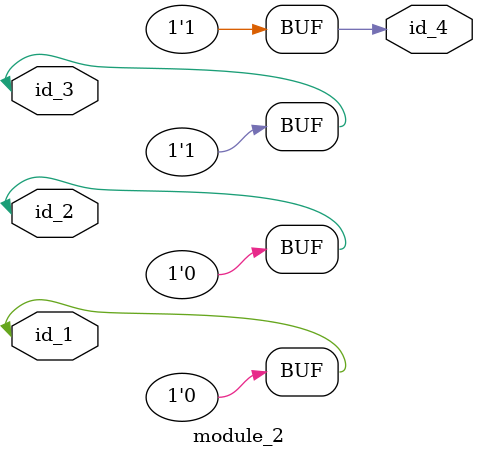
<source format=v>
module module_0 ();
  wire id_1;
  module_2 modCall_1 (
      id_1,
      id_1,
      id_1,
      id_1
  );
  wire id_4, id_5;
  wire id_6;
endmodule
module module_1 (
    id_1,
    id_2,
    id_3,
    id_4
);
  input wire id_4;
  input wire id_3;
  inout wire id_2;
  output wire id_1;
  assign id_1 = id_2;
  wire id_5, id_6;
  module_0 modCall_1 ();
endmodule
module module_2 (
    id_1,
    id_2,
    id_3,
    id_4
);
  output wire id_4;
  input wire id_3;
  inout wire id_2;
  input wire id_1;
  assign id_4 = -1;
  wire id_5, id_6;
  assign {1, id_1, -1, -1 ^ -1, -1'b0, id_2, 1, id_3} = 1;
endmodule

</source>
